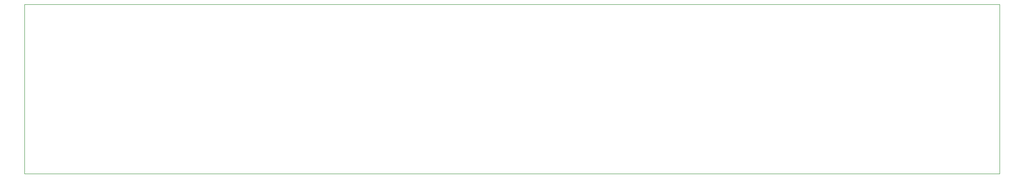
<source format=gbr>
G04 #@! TF.GenerationSoftware,KiCad,Pcbnew,(5.1.2-1)-1*
G04 #@! TF.CreationDate,2019-08-21T10:52:07-07:00*
G04 #@! TF.ProjectId,ER_Bus_Board,45525f42-7573-45f4-926f-6172642e6b69,rev?*
G04 #@! TF.SameCoordinates,Original*
G04 #@! TF.FileFunction,Profile,NP*
%FSLAX46Y46*%
G04 Gerber Fmt 4.6, Leading zero omitted, Abs format (unit mm)*
G04 Created by KiCad (PCBNEW (5.1.2-1)-1) date 2019-08-21 10:52:07*
%MOMM*%
%LPD*%
G04 APERTURE LIST*
%ADD10C,0.050000*%
G04 APERTURE END LIST*
D10*
X269240000Y-96520000D02*
X80010000Y-96520000D01*
X269240000Y-63500000D02*
X269240000Y-96520000D01*
X80010000Y-63500000D02*
X269240000Y-63500000D01*
X80010000Y-63500000D02*
X80010000Y-96520000D01*
M02*

</source>
